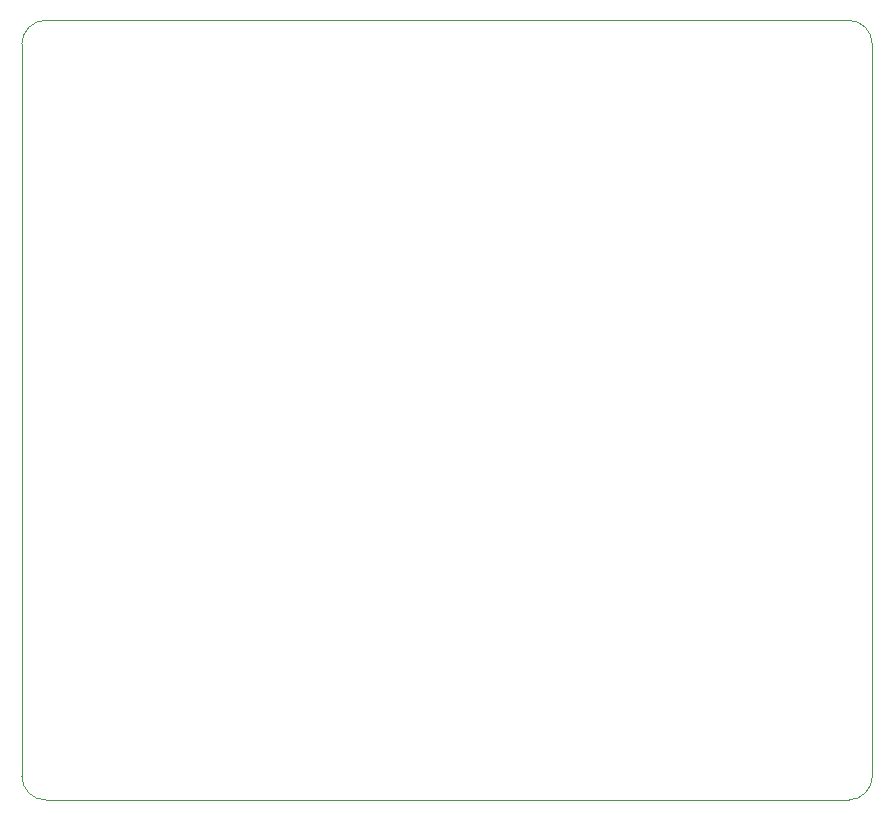
<source format=gbr>
%TF.GenerationSoftware,KiCad,Pcbnew,7.0.10*%
%TF.CreationDate,2024-01-05T15:39:22+01:00*%
%TF.ProjectId,GateControl,47617465-436f-46e7-9472-6f6c2e6b6963,rev?*%
%TF.SameCoordinates,Original*%
%TF.FileFunction,Profile,NP*%
%FSLAX46Y46*%
G04 Gerber Fmt 4.6, Leading zero omitted, Abs format (unit mm)*
G04 Created by KiCad (PCBNEW 7.0.10) date 2024-01-05 15:39:22*
%MOMM*%
%LPD*%
G01*
G04 APERTURE LIST*
%TA.AperFunction,Profile*%
%ADD10C,0.100000*%
%TD*%
G04 APERTURE END LIST*
D10*
X156000000Y-62000000D02*
G75*
G03*
X154000000Y-64000000I0J-2000000D01*
G01*
X154000000Y-126000000D02*
X154000000Y-64000000D01*
X226000000Y-64000000D02*
X226000000Y-126000000D01*
X167000000Y-128000000D02*
X224000000Y-128000000D01*
X154000000Y-126000000D02*
G75*
G03*
X156000000Y-128000000I2000000J0D01*
G01*
X224000000Y-128000000D02*
G75*
G03*
X226000000Y-126000000I0J2000000D01*
G01*
X167000000Y-128000000D02*
X156000000Y-128000000D01*
X156000000Y-62000000D02*
X224000000Y-62000000D01*
X226000000Y-64000000D02*
G75*
G03*
X224000000Y-62000000I-2000000J0D01*
G01*
M02*

</source>
